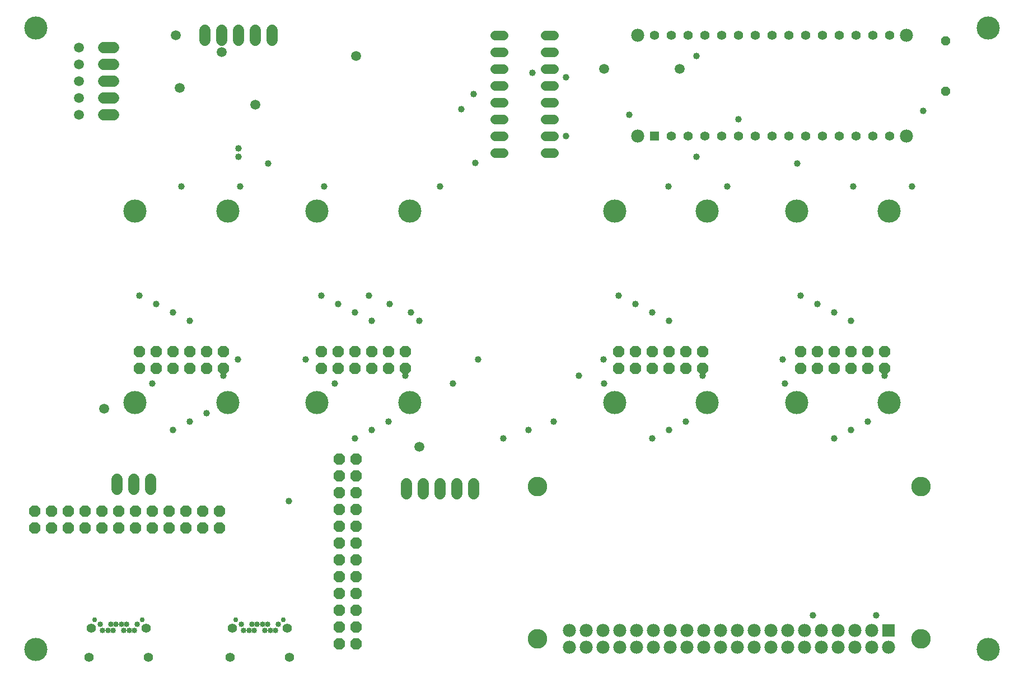
<source format=gbr>
G04 EAGLE Gerber X2 export*
%TF.Part,Single*%
%TF.FileFunction,Soldermask,Bot,1*%
%TF.FilePolarity,Negative*%
%TF.GenerationSoftware,Autodesk,EAGLE,9.0.1*%
%TF.CreationDate,2018-07-01T13:53:45Z*%
G75*
%MOMM*%
%FSLAX34Y34*%
%LPD*%
%AMOC8*
5,1,8,0,0,1.08239X$1,22.5*%
G01*
%ADD10C,3.503200*%
%ADD11C,1.422400*%
%ADD12P,1.869504X8X22.500000*%
%ADD13C,1.727200*%
%ADD14P,1.539592X8X292.500000*%
%ADD15C,1.981200*%
%ADD16R,1.403200X1.403200*%
%ADD17C,1.403200*%
%ADD18R,1.981200X1.981200*%
%ADD19C,2.953200*%
%ADD20P,1.869504X8X202.500000*%
%ADD21P,1.869504X8X112.500000*%
%ADD22C,0.853200*%
%ADD23C,0.753200*%
%ADD24C,1.503200*%
%ADD25C,1.009600*%


D10*
X180000Y693000D03*
X320000Y693000D03*
X180000Y403000D03*
X320000Y403000D03*
X455000Y403000D03*
X595000Y403000D03*
X905000Y403000D03*
X1180000Y403000D03*
X1045000Y403000D03*
X1320000Y403000D03*
X1320000Y693000D03*
X1180000Y693000D03*
X1045000Y693000D03*
X905000Y693000D03*
X595000Y693000D03*
X455000Y693000D03*
X30000Y970000D03*
X30000Y30000D03*
X1470000Y30000D03*
X1470000Y970000D03*
D11*
X736346Y958850D02*
X724154Y958850D01*
X724154Y933450D02*
X736346Y933450D01*
X736346Y806450D02*
X724154Y806450D01*
X724154Y781050D02*
X736346Y781050D01*
X736346Y908050D02*
X724154Y908050D01*
X724154Y882650D02*
X736346Y882650D01*
X736346Y831850D02*
X724154Y831850D01*
X724154Y857250D02*
X736346Y857250D01*
X800354Y781050D02*
X812546Y781050D01*
X812546Y806450D02*
X800354Y806450D01*
X800354Y831850D02*
X812546Y831850D01*
X812546Y857250D02*
X800354Y857250D01*
X800354Y882650D02*
X812546Y882650D01*
X812546Y908050D02*
X800354Y908050D01*
X800354Y933450D02*
X812546Y933450D01*
X812546Y958850D02*
X800354Y958850D01*
D12*
X186500Y455300D03*
X211900Y455300D03*
X237300Y455300D03*
X262700Y455300D03*
X288100Y455300D03*
X313500Y455300D03*
X186500Y480700D03*
X211900Y480700D03*
X237300Y480700D03*
X262700Y480700D03*
X288100Y480700D03*
X313500Y480700D03*
D13*
X692150Y280670D02*
X692150Y265430D01*
X666750Y265430D02*
X666750Y280670D01*
X641350Y280670D02*
X641350Y265430D01*
X615950Y265430D02*
X615950Y280670D01*
X590550Y280670D02*
X590550Y265430D01*
D12*
X911500Y455300D03*
X936900Y455300D03*
X962300Y455300D03*
X987700Y455300D03*
X1013100Y455300D03*
X1038500Y455300D03*
X911500Y480700D03*
X936900Y480700D03*
X962300Y480700D03*
X987700Y480700D03*
X1013100Y480700D03*
X1038500Y480700D03*
X1186500Y455300D03*
X1211900Y455300D03*
X1237300Y455300D03*
X1262700Y455300D03*
X1288100Y455300D03*
X1313500Y455300D03*
X1186500Y480700D03*
X1211900Y480700D03*
X1237300Y480700D03*
X1262700Y480700D03*
X1288100Y480700D03*
X1313500Y480700D03*
X461500Y455300D03*
X486900Y455300D03*
X512300Y455300D03*
X537700Y455300D03*
X563100Y455300D03*
X588500Y455300D03*
X461500Y480700D03*
X486900Y480700D03*
X512300Y480700D03*
X537700Y480700D03*
X563100Y480700D03*
X588500Y480700D03*
D14*
X1405890Y949960D03*
X1405890Y873760D03*
D13*
X147320Y838200D02*
X132080Y838200D01*
X132080Y863600D02*
X147320Y863600D01*
X147320Y889000D02*
X132080Y889000D01*
X132080Y914400D02*
X147320Y914400D01*
X147320Y939800D02*
X132080Y939800D01*
D15*
X939800Y806450D03*
D16*
X965200Y806450D03*
D17*
X990600Y806450D03*
X1016000Y806450D03*
X1041400Y806450D03*
X1066800Y806450D03*
X1092200Y806450D03*
X1117600Y806450D03*
X1143000Y806450D03*
X1168400Y806450D03*
X1193800Y806450D03*
X1219200Y806450D03*
X1244600Y806450D03*
X1270000Y806450D03*
X1295400Y806450D03*
X1320800Y806450D03*
X1320800Y958850D03*
X1295400Y958850D03*
X1270000Y958850D03*
X1244600Y958850D03*
X1219200Y958850D03*
X1193800Y958850D03*
X1168400Y958850D03*
X1143000Y958850D03*
X1117600Y958850D03*
X1092200Y958850D03*
X1066800Y958850D03*
X1041400Y958850D03*
X1016000Y958850D03*
X990600Y958850D03*
X965200Y958850D03*
D15*
X939800Y958850D03*
X1346200Y958850D03*
X1346200Y806450D03*
D18*
X1319650Y58850D03*
D15*
X1319650Y33450D03*
X1294250Y58850D03*
X1294250Y33450D03*
X1268850Y58850D03*
X1268850Y33450D03*
X1243450Y58850D03*
X1243450Y33450D03*
X1218050Y58850D03*
X1218050Y33450D03*
X1192650Y58850D03*
X1192650Y33450D03*
X1167250Y58850D03*
X1167250Y33450D03*
X1141850Y58850D03*
X1141850Y33450D03*
X1116450Y58850D03*
X1116450Y33450D03*
X1091050Y58850D03*
X1091050Y33450D03*
X1065650Y58850D03*
X1065650Y33450D03*
X1040250Y58850D03*
X1040250Y33450D03*
X1014850Y58850D03*
X1014850Y33450D03*
X989450Y58850D03*
X989450Y33450D03*
X964050Y58850D03*
X964050Y33450D03*
X938650Y58850D03*
X938650Y33450D03*
X913250Y58850D03*
X913250Y33450D03*
X887850Y58850D03*
X887850Y33450D03*
X862450Y58850D03*
X862450Y33450D03*
X837050Y58850D03*
X837050Y33450D03*
D19*
X1368350Y276150D03*
X1368350Y46150D03*
X788350Y276150D03*
X788350Y46150D03*
D13*
X387350Y951230D02*
X387350Y966470D01*
X361950Y966470D02*
X361950Y951230D01*
X336550Y951230D02*
X336550Y966470D01*
X311150Y966470D02*
X311150Y951230D01*
X285750Y951230D02*
X285750Y966470D01*
D20*
X307340Y213360D03*
X281940Y213360D03*
X256540Y213360D03*
X231140Y213360D03*
X205740Y213360D03*
X180340Y213360D03*
X307340Y238760D03*
X281940Y238760D03*
X256540Y238760D03*
X231140Y238760D03*
X205740Y238760D03*
X180340Y238760D03*
X154940Y213360D03*
X129540Y213360D03*
X104140Y213360D03*
X78740Y213360D03*
X53340Y213360D03*
X27940Y213360D03*
X154940Y238760D03*
X129540Y238760D03*
X104140Y238760D03*
X78740Y238760D03*
X53340Y238760D03*
X27940Y238760D03*
D21*
X488950Y38100D03*
X488950Y63500D03*
X488950Y88900D03*
X488950Y114300D03*
X488950Y139700D03*
X488950Y165100D03*
X514350Y38100D03*
X514350Y63500D03*
X514350Y88900D03*
X514350Y114300D03*
X514350Y139700D03*
X514350Y165100D03*
X488950Y190500D03*
X488950Y215900D03*
X488950Y241300D03*
X488950Y266700D03*
X488950Y292100D03*
X488950Y317500D03*
X514350Y190500D03*
X514350Y215900D03*
X514350Y241300D03*
X514350Y266700D03*
X514350Y292100D03*
X514350Y317500D03*
D22*
X396300Y68110D03*
X392300Y59110D03*
X384300Y59110D03*
X380300Y68110D03*
X376300Y59110D03*
X372300Y68110D03*
X364300Y68110D03*
X360300Y59110D03*
X356300Y68110D03*
X352300Y59110D03*
X344300Y59110D03*
X340300Y68110D03*
D17*
X409600Y62110D03*
X413200Y18210D03*
X327000Y62110D03*
X323400Y18210D03*
D23*
X332300Y74610D03*
X404300Y74610D03*
D22*
X182940Y68110D03*
X178940Y59110D03*
X170940Y59110D03*
X166940Y68110D03*
X162940Y59110D03*
X158940Y68110D03*
X150940Y68110D03*
X146940Y59110D03*
X142940Y68110D03*
X138940Y59110D03*
X130940Y59110D03*
X126940Y68110D03*
D17*
X196240Y62110D03*
X199840Y18210D03*
X113640Y62110D03*
X110040Y18210D03*
D23*
X118940Y74610D03*
X190940Y74610D03*
D13*
X152400Y271780D02*
X152400Y287020D01*
X177800Y287020D02*
X177800Y271780D01*
X203200Y271780D02*
X203200Y287020D01*
D24*
X133350Y393700D03*
X247650Y879500D03*
X95250Y889000D03*
D25*
X673100Y846700D03*
X781050Y901700D03*
X692150Y869950D03*
D24*
X95250Y838200D03*
D25*
X313500Y444000D03*
X1313500Y444000D03*
X1038500Y444000D03*
X588500Y444000D03*
X850900Y444000D03*
X288100Y387350D03*
X1288100Y374650D03*
X1013100Y374650D03*
X563100Y374650D03*
X812800Y374650D03*
X262700Y374650D03*
X1262700Y361950D03*
X987700Y361950D03*
X537700Y361950D03*
X774700Y361950D03*
X237300Y361950D03*
X1237300Y349250D03*
X962300Y349250D03*
X512300Y349250D03*
X736600Y349250D03*
X1159040Y468630D03*
X888130Y468630D03*
X437750Y468630D03*
X335750Y468630D03*
X698500Y468630D03*
X205550Y431800D03*
X889400Y431800D03*
X1162850Y431800D03*
X482200Y431800D03*
X660400Y431800D03*
X461500Y565150D03*
X186500Y565150D03*
X1186500Y565150D03*
X911500Y565150D03*
X533400Y565150D03*
X486900Y552450D03*
X211900Y552450D03*
X1211900Y552450D03*
X936900Y552450D03*
X565150Y552450D03*
X512300Y539750D03*
X237300Y539750D03*
X1237300Y539750D03*
X962300Y539750D03*
X596900Y539750D03*
X537700Y527050D03*
X262700Y527050D03*
X1262700Y527050D03*
X987700Y527050D03*
X609600Y527050D03*
X249800Y730250D03*
X465700Y730250D03*
X986400Y730250D03*
X641350Y730250D03*
X338700Y730250D03*
X1354700Y730250D03*
X1075300Y730250D03*
X1265800Y730250D03*
D24*
X361950Y854050D03*
X95250Y863600D03*
D25*
X831850Y806450D03*
X831850Y895350D03*
X381000Y765150D03*
D24*
X311150Y933450D03*
X95250Y914400D03*
D25*
X1371600Y844550D03*
X336550Y787400D03*
X1092200Y831850D03*
X1181100Y765150D03*
X412750Y254000D03*
D24*
X241300Y958850D03*
X95250Y939800D03*
D25*
X1205230Y81280D03*
X1300480Y81280D03*
D24*
X514350Y927100D03*
X889000Y908050D03*
X1003300Y908050D03*
X609600Y336550D03*
D25*
X336550Y774700D03*
X927100Y838200D03*
X694690Y765810D03*
X1028700Y774700D03*
X1028700Y927100D03*
M02*

</source>
